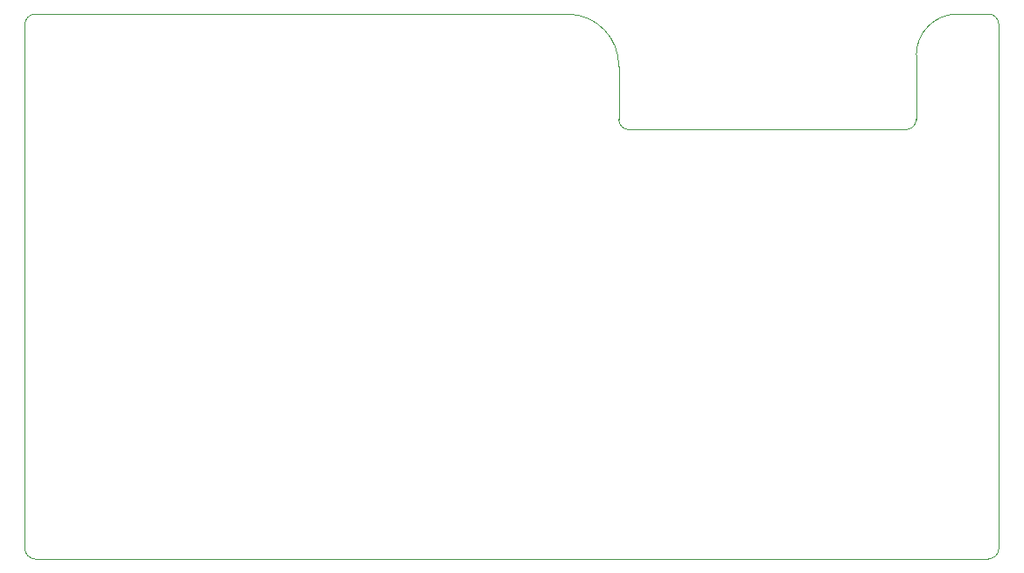
<source format=gm1>
%TF.GenerationSoftware,KiCad,Pcbnew,6.0.5-a6ca702e91~116~ubuntu20.04.1*%
%TF.CreationDate,2022-06-27T23:16:15-06:00*%
%TF.ProjectId,trailer-power-controller,74726169-6c65-4722-9d70-6f7765722d63,rev?*%
%TF.SameCoordinates,Original*%
%TF.FileFunction,Profile,NP*%
%FSLAX46Y46*%
G04 Gerber Fmt 4.6, Leading zero omitted, Abs format (unit mm)*
G04 Created by KiCad (PCBNEW 6.0.5-a6ca702e91~116~ubuntu20.04.1) date 2022-06-27 23:16:15*
%MOMM*%
%LPD*%
G01*
G04 APERTURE LIST*
%TA.AperFunction,Profile*%
%ADD10C,0.100000*%
%TD*%
G04 APERTURE END LIST*
D10*
X103300000Y-67800000D02*
G75*
G03*
X104300000Y-68800000I1000000J0D01*
G01*
X131100000Y-68800000D02*
G75*
G03*
X132100000Y-67800000I0J1000000D01*
G01*
X46800000Y-57600000D02*
G75*
G03*
X45800000Y-58600000I0J-1000000D01*
G01*
X45800000Y-109400000D02*
G75*
G03*
X46800000Y-110400000I1000000J0D01*
G01*
X139100000Y-110400000D02*
G75*
G03*
X140100000Y-109400000I0J1000000D01*
G01*
X140100000Y-58600000D02*
G75*
G03*
X139100000Y-57600000I-1000000J0D01*
G01*
X136079413Y-57600000D02*
G75*
G03*
X132100000Y-61568850I-5281J-3974132D01*
G01*
X103297916Y-62681235D02*
G75*
G03*
X98430309Y-57600000I-4974421J106814D01*
G01*
X136079413Y-57600000D02*
X139100000Y-57600000D01*
X132100000Y-67800000D02*
X132100000Y-61568850D01*
X104300000Y-68800000D02*
X131100000Y-68800000D01*
X103297915Y-62681235D02*
X103300000Y-67800000D01*
X46800000Y-110400000D02*
X139100000Y-110400000D01*
X46800000Y-57600000D02*
X98430309Y-57600000D01*
X140100000Y-109400000D02*
X140100000Y-58600000D01*
X45800000Y-109400000D02*
X45800000Y-58600000D01*
M02*

</source>
